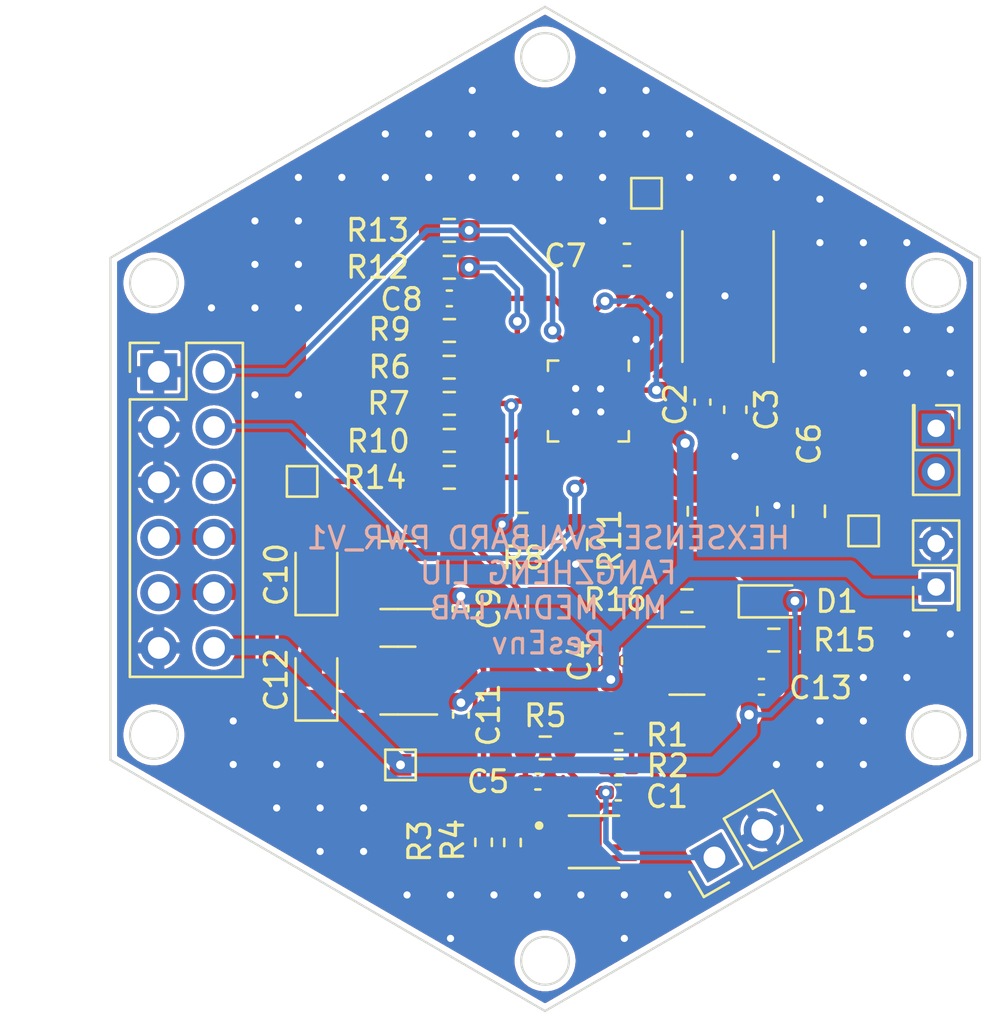
<source format=kicad_pcb>
(kicad_pcb (version 20221018) (generator pcbnew)
  (layers (0 "F.Cu" signal) (31 "B.Cu" signal) (34 "B.Paste" user) (35 "F.Paste" user) (36 "B.SilkS" user "B.Silkscreen") (37 "F.SilkS" user "F.Silkscreen") (38 "B.Mask" user) (39 "F.Mask" user) (44 "Edge.Cuts" user))
  (net 0 "")
  (net 1 "Net-(J1-Pin_1)")
  (net 2 "Net-(IC1-2A)")
  (net 3 "GND")
  (net 4 "/VBAT")
  (net 5 "Net-(U2-VOC_SAMP)")
  (net 6 "/SC")
  (net 7 "Net-(IC1-1A)")
  (net 8 "+3V3")
  (net 9 "+1V8")
  (net 10 "+5V")
  (net 11 "Net-(U2-VOUT)")
  (net 12 "/PWR_EN")
  (net 13 "/~{EN}")
  (net 14 "/VBAT_OK")
  (net 15 "Net-(U2-VREF_SAMP)")
  (net 16 "Net-(D1-K)")
  (net 17 "Net-(IC1-1Y)")
  (net 18 "Net-(U2-LBUCK)")
  (net 19 "Net-(U2-LBOOST)")
  (net 20 "/VOUT_EN")
  (net 21 "Net-(U2-VRDIV)")
  (net 22 "Net-(U2-VBAT_OV)")
  (net 23 "Net-(U2-OK_HYST)")
  (net 24 "Net-(U2-VOUT_SET)")
  (net 25 "Net-(U2-OK_PROG)")
  (net 26 "Net-(U4-PROG)")
  (net 27 "Net-(U4-STAT)")
  (footprint "Capacitor_SMD:C_0402_1005Metric_Pad0.74x0.62mm_HandSolder" (layer "F.Cu") (at 146.67 107.95)
    (fp_text reference "C5")
    (fp_text value "1uF")
  )
  (footprint "Resistor_SMD:R_0402_1005Metric_Pad0.72x0.64mm_HandSolder" (layer "F.Cu") (at 144.17251 110.739994 90)
    (fp_text reference "R3")
    (fp_text value "NC")
  )
  (footprint "Resistor_SMD:R_0603_1608Metric_Pad0.98x0.95mm_HandSolder" (layer "F.Cu") (at 157.53 101.44 180)
    (fp_text reference "R15")
    (fp_text value "1k")
  )
  (footprint "Capacitor_SMD:C_0603_1608Metric_Pad1.08x0.95mm_HandSolder" (layer "F.Cu") (at 150.03 102.39 90)
    (fp_text reference "C4")
    (fp_text value "4.7uF")
  )
  (footprint "Package_TO_SOT_SMD:SOT-23-5" (layer "F.Cu") (at 140.23 98.4525 180)
    (fp_text reference "U1" hide)
    (fp_text value "AP2112K-3.3")
  )
  (footprint "Capacitor_SMD:C_0402_1005Metric_Pad0.74x0.62mm_HandSolder" (layer "F.Cu") (at 156.96 103.59)
    (fp_text reference "C13")
    (fp_text value "0.1uF")
  )
  (footprint "TestPoint:TestPoint_Pad_1.0x1.0mm" (layer "F.Cu") (at 135.82 94.14)
    (fp_text reference "TP1" hide)
    (fp_text value "TestPoint_Alt")
  )
  (footprint "Resistor_SMD:R_0603_1608Metric_Pad0.98x0.95mm_HandSolder" (layer "F.Cu") (at 142.59572 82.59428)
    (fp_text reference "R13")
    (fp_text value "10k")
  )
  (footprint "Resistor_SMD:R_0603_1608Metric_Pad0.98x0.95mm_HandSolder" (layer "F.Cu") (at 153.53 99.63 180)
    (fp_text reference "R16")
    (fp_text value "100")
  )
  (footprint "Capacitor_SMD:C_0402_1005Metric_Pad0.74x0.62mm_HandSolder" (layer "F.Cu") (at 150.37 108.45)
    (fp_text reference "C1")
    (fp_text value "1uF")
  )
  (footprint "Resistor_SMD:R_0603_1608Metric_Pad0.98x0.95mm_HandSolder" (layer "F.Cu") (at 142.59572 84.29428)
    (fp_text reference "R12")
    (fp_text value "10k")
  )
  (footprint "Inductor_SMD:L_Taiyo-Yuden_NR-40xx_HandSoldering" (layer "F.Cu") (at 155.42 85.64 -90)
    (fp_text reference "L2" hide)
    (fp_text value "22uH")
  )
  (footprint "Resistor_SMD:R_0603_1608Metric_Pad0.98x0.95mm_HandSolder" (layer "F.Cu") (at 148.42 97.04 90)
    (fp_text reference "R11")
    (fp_text value "4.75M")
  )
  (footprint "Resistor_SMD:R_0603_1608Metric_Pad0.98x0.95mm_HandSolder" (layer "F.Cu") (at 147.01 106.4)
    (fp_text reference "R5")
    (fp_text value "1M")
  )
  (footprint "Capacitor_SMD:C_0402_1005Metric_Pad0.74x0.62mm_HandSolder" (layer "F.Cu") (at 143.13 104.89 -90)
    (fp_text reference "C11")
    (fp_text value "0.1uF")
  )
  (footprint "Package_DFN_QFN:QFN-20-1EP_3.5x3.5mm_P0.5mm_EP2x2mm" (layer "F.Cu") (at 148.99572 90.44428 -90)
    (fp_text reference "U2" hide)
    (fp_text value "BQ25570")
  )
  (footprint "Capacitor_SMD:C_0603_1608Metric_Pad1.08x0.95mm_HandSolder" (layer "F.Cu") (at 155.75572 90.84428 -90)
    (fp_text reference "C3")
    (fp_text value "4.7uF")
  )
  (footprint "Resistor_SMD:R_0603_1608Metric_Pad0.98x0.95mm_HandSolder" (layer "F.Cu") (at 142.59572 92.25428)
    (fp_text reference "R10")
    (fp_text value "8.45M")
  )
  (footprint "Resistor_SMD:R_0402_1005Metric_Pad0.72x0.64mm_HandSolder" (layer "F.Cu") (at 150.39 106.12)
    (fp_text reference "R1")
    (fp_text value "100k")
  )
  (footprint "LED_SMD:LED_0805_2012Metric_Pad1.15x1.40mm_HandSolder" (layer "F.Cu") (at 136.48 98.43 90)
    (fp_text reference "C10")
    (fp_text value "47uF")
  )
  (footprint "Resistor_SMD:R_0603_1608Metric_Pad0.98x0.95mm_HandSolder" (layer "F.Cu") (at 142.59572 93.95428)
    (fp_text reference "R14")
    (fp_text value "4.22M")
  )
  (footprint "Inductor_SMD:L_Wuerth_MAPI-3015" (layer "F.Cu") (at 155.17 95.51428 -90)
    (fp_text reference "L1" hide)
    (fp_text value "4.7uH")
  )
  (footprint "Capacitor_SMD:C_0402_1005Metric_Pad0.74x0.62mm_HandSolder" (layer "F.Cu") (at 154.24572 90.49428 -90)
    (fp_text reference "C2")
    (fp_text value "0.1uF")
  )
  (footprint "Connector_PinHeader_2.00mm:PinHeader_2x01_P2.00mm_Vertical" (layer "F.Cu") (at 165 91.7 -90)
    (fp_text reference "J4" hide)
    (fp_text value "Solar cell")
  )
  (footprint "Package_TO_SOT_SMD:SOT-23-5" (layer "F.Cu") (at 153.53 102.39)
    (fp_text reference "U4" hide)
    (fp_text value "MCP73831-2-OT")
  )
  (footprint "LED_SMD:LED_0603_1608Metric_Pad1.05x0.95mm_HandSolder" (layer "F.Cu") (at 157.575 99.66)
    (fp_text reference "D1")
    (fp_text value "RED")
  )
  (footprint "Resistor_SMD:R_0603_1608Metric_Pad0.98x0.95mm_HandSolder" (layer "F.Cu") (at 142.6 87.2)
    (fp_text reference "R9")
    (fp_text value "5.62M")
  )
  (footprint "Capacitor_SMD:C_0402_1005Metric_Pad0.74x0.62mm_HandSolder" (layer "F.Cu") (at 143.11 100 -90)
    (fp_text reference "C9")
    (fp_text value "0.1uF")
  )
  (footprint "TestPoint:TestPoint_Pad_1.0x1.0mm" (layer "F.Cu") (at 151.67 80.89)
    (fp_text reference "TP3" hide)
    (fp_text value "TestPoint_Alt")
  )
  (footprint "Capacitor_SMD:C_0805_2012Metric_Pad1.18x1.45mm_HandSolder" (layer "F.Cu") (at 159.14572 95.51428 90)
    (fp_text reference "C6")
    (fp_text value "22uF")
  )
  (footprint "LED_SMD:LED_0805_2012Metric_Pad1.15x1.40mm_HandSolder" (layer "F.Cu") (at 136.48 103.28 90)
    (fp_text reference "C12")
    (fp_text value "47uF")
  )
  (footprint "TestPoint:TestPoint_Pad_1.0x1.0mm" (layer "F.Cu") (at 140.35 107.18)
    (fp_text reference "TP4" hide)
    (fp_text value "TestPoint_Alt")
  )
  (footprint "Connector_PinHeader_2.00mm:PinHeader_2x01_P2.00mm_Vertical" (layer "F.Cu") (at 165 99 90)
    (fp_text reference "J3" hide)
    (fp_text value "Battery")
  )
  (footprint "Connector_PinHeader_2.54mm:PinHeader_1x02_P2.54mm_Vertical" (layer "F.Cu") (at 154.795818 111.4375 120)
    (fp_text reference "J1" hide)
    (fp_text value "switch")
  )
  (footprint "Resistor_SMD:R_0402_1005Metric_Pad0.72x0.64mm_HandSolder" (layer "F.Cu") (at 150.39 107.29)
    (fp_text reference "R2")
    (fp_text value "100k")
  )
  (footprint "Resistor_SMD:R_0402_1005Metric_Pad0.72x0.64mm_HandSolder" (layer "F.Cu") (at 145.5025 110.75 90)
    (fp_text reference "R4")
    (fp_text value "NC")
  )
  (footprint "Mylib:SOP50P310X90-8N" (layer "F.Cu") (at 149.2525 110.72)
    (fp_text reference "IC1" hide)
    (fp_text value "SN74LVC2G00DCURE4")
  )
  (footprint "Resistor_SMD:R_0603_1608Metric_Pad0.98x0.95mm_HandSolder" (layer "F.Cu") (at 142.59 88.89 180)
    (fp_text reference "R6")
    (fp_text value "7.32M")
  )
  (footprint "Capacitor_SMD:C_0402_1005Metric_Pad0.74x0.62mm_HandSolder" (layer "F.Cu") (at 142.59572 85.72428 180)
    (fp_text reference "C8")
    (fp_text value "0.01uF")
  )
  (footprint "Capacitor_SMD:C_0603_1608Metric_Pad1.08x0.95mm_HandSolder" (layer "F.Cu") (at 150.77 83.72 180)
    (fp_text reference "C7")
    (fp_text value "10uF")
  )
  (footprint "Resistor_SMD:R_0603_1608Metric_Pad0.98x0.95mm_HandSolder" (layer "F.Cu") (at 142.59572 90.55428)
    (fp_text reference "R7")
    (fp_text value "330K")
  )
  (footprint "TestPoint:TestPoint_Pad_1.0x1.0mm" (layer "F.Cu") (at 161.66 96.42)
    (fp_text reference "TP2" hide)
    (fp_text value "TestPoint_Alt")
  )
  (footprint "Package_TO_SOT_SMD:SOT-23-5" (layer "F.Cu") (at 140.23 103.3025 180)
    (fp_text reference "U3" hide)
    (fp_text value "AP2112K-1.8")
  )
  (footprint "Connector_PinHeader_2.54mm:PinHeader_2x06_P2.54mm_Vertical" (layer "F.Cu") (at 129.225 89.1)
    (fp_text reference "J2" hide)
    (fp_text value "Conn_02x06_Odd_Even")
  )
  (footprint "Resistor_SMD:R_0603_1608Metric_Pad0.98x0.95mm_HandSolder" (layer "F.Cu") (at 145.94 96.11 180)
    (fp_text reference "R8")
    (fp_text value "8.25M")
  )
  (gr_line (start 127 83.858984) (end 127 106.952994) (stroke (width 0.1)) (layer "Edge.Cuts"))
  (gr_circle (center 147 74.621379) (end 148.1 74.621379) (stroke (width 0.1)) (fill none) (layer "Edge.Cuts"))
  (gr_circle (center 129 85.013684) (end 130.1 85.013684) (stroke (width 0.1)) (fill none) (layer "Edge.Cuts"))
  (gr_line (start 147 72.311978) (end 127 83.858984) (stroke (width 0.1)) (layer "Edge.Cuts"))
  (gr_circle (center 147 116.190599) (end 148.1 116.190599) (stroke (width 0.1)) (fill none) (layer "Edge.Cuts"))
  (gr_circle (center 165 105.798294) (end 166.1 105.798294) (stroke (width 0.1)) (fill none) (layer "Edge.Cuts"))
  (gr_line (start 127 106.952994) (end 147 118.5) (stroke (width 0.1)) (layer "Edge.Cuts"))
  (gr_circle (center 129 105.798294) (end 130.1 105.798294) (stroke (width 0.1)) (fill none) (layer "Edge.Cuts"))
  (gr_line (start 167 106.952994) (end 167 83.858984) (stroke (width 0.1)) (layer "Edge.Cuts"))
  (gr_line (start 167 83.858984) (end 147 72.311978) (stroke (width 0.1)) (layer "Edge.Cuts"))
  (gr_line (start 147 118.5) (end 167 106.952994) (stroke (width 0.1)) (layer "Edge.Cuts"))
  (gr_circle (center 165 85.013684) (end 166.1 85.013684) (stroke (width 0.1)) (fill none) (layer "Edge.Cuts"))
  (gr_text "HEXSENSE SVALBARD PWR_V1\nFANGZHENG LIU\nMIT MEDIA LAB\nResEnv" (at 147.15 99.16) (layer "B.SilkS") (effects (font (size 1 1)) (justify mirror)))
  (segment (start 149.7925 106.12) (end 148.2025 106.12) (width 0.254) (layer "F.Cu") (net 1))
  (segment (start 149.08 108.45) (end 149.8025 108.45) (width 0.254) (layer "F.Cu") (net 1))
  (segment (start 147.9225 106.4) (end 147.9225 107.2925) (width 0.254) (layer "F.Cu") (net 1))
  (segment (start 147.9225 107.2925) (end 149.08 108.45) (width 0.254) (layer "F.Cu") (net 1))
  (segment (start 148.2025 106.12) (end 147.9225 106.4) (width 0.254) (layer "F.Cu") (net 1))
  (via (at 149.802494 108.449999) (size 0.6604) (drill 0.3302) (layers "F.Cu" "B.Cu") (net 1))
  (segment (start 154.795818 111.4375) (end 150.5275 111.4375) (width 0.254) (layer "B.Cu") (net 1))
  (segment (start 149.8025 110.7125) (end 149.8025 108.45) (width 0.254) (layer "B.Cu") (net 1))
  (segment (start 150.5275 111.4375) (end 149.8025 110.7125) (width 0.254) (layer "B.Cu") (net 1))
  (segment (start 149.48 111.16) (end 149.48 109.76) (width 0.254) (layer "F.Cu") (net 2))
  (segment (start 150.6575 111.47) (end 149.79 111.47) (width 0.254) (layer "F.Cu") (net 2))
  (segment (start 149.48 109.76) (end 149.86 109.38) (width 0.254) (layer "F.Cu") (net 2))
  (segment (start 149.86 109.38) (end 150.72 109.38) (width 0.254) (layer "F.Cu") (net 2))
  (segment (start 149.7925 107.305) (end 150.9375 108.45) (width 0.254) (layer "F.Cu") (net 2))
  (segment (start 149.79 111.47) (end 149.48 111.16) (width 0.254) (layer "F.Cu") (net 2))
  (segment (start 149.7925 107.29) (end 149.7925 107.305) (width 0.254) (layer "F.Cu") (net 2))
  (segment (start 150.9375 109.1625) (end 150.9375 108.45) (width 0.254) (layer "F.Cu") (net 2))
  (segment (start 150.72 109.38) (end 150.9375 109.1625) (width 0.254) (layer "F.Cu") (net 2))
  (segment (start 142.02822 85.72428) (end 142.02822 84.63928) (width 0.254) (layer "F.Cu") (net 3))
  (segment (start 141.68322 93.984227) (end 145.648993 97.95) (width 0.254) (layer "F.Cu") (net 3))
  (segment (start 149.99572 91.37428) (end 149.56572 90.94428) (width 0.1524) (layer "F.Cu") (net 3))
  (segment (start 141.6875 87.1) (end 140.31 88.4775) (width 0.254) (layer "F.Cu") (net 3))
  (segment (start 140.31 88.4775) (end 140.31 92.58106) (width 0.254) (layer "F.Cu") (net 3))
  (segment (start 142.02822 84.63928) (end 141.68322 84.29428) (width 0.254) (layer "F.Cu") (net 3))
  (segment (start 149.99572 88.75678) (end 149.99572 89.44428) (width 0.1524) (layer "F.Cu") (net 3))
  (segment (start 148.49572 90.94428) (end 148.99572 90.44428) (width 0.254) (layer "F.Cu") (net 3))
  (segment (start 142.02822 86.85928) (end 141.6875 87.2) (width 0.254) (layer "F.Cu") (net 3))
  (segment (start 150.68322 90.94428) (end 149.49572 90.94428) (width 0.254) (layer "F.Cu") (net 3))
  (segment (start 145.648993 97.95) (end 148.41 97.95) (width 0.254) (layer "F.Cu") (net 3))
  (segment (start 149.99572 92.13178) (end 149.99572 91.37428) (width 0.1524) (layer "F.Cu") (net 3))
  (segment (start 141.68322 93.95428) (end 141.68322 93.984227) (width 0.254) (layer "F.Cu") (net 3))
  (segment (start 149.555 89.885) (end 148.99572 90.44428) (width 0.1524) (layer "F.Cu") (net 3))
  (segment (start 147.30822 90.94428) (end 148.49572 90.94428) (width 0.254) (layer "F.Cu") (net 3))
  (segment (start 140.31 92.58106) (end 141.68322 93.95428) (width 0.254) (layer "F.Cu") (net 3))
  (segment (start 149.99572 89.44428) (end 149.555 89.885) (width 0.1524) (layer "F.Cu") (net 3))
  (segment (start 142.02822 85.72428) (end 142.02822 86.85928) (width 0.254) (layer "F.Cu") (net 3))
  (segment (start 141.68322 84.29428) (end 141.68322 82.59428) (width 0.254) (layer "F.Cu") (net 3))
  (segment (start 149.49572 90.94428) (end 148.99572 90.44428) (width 0.254) (layer "F.Cu") (net 3))
  (via (at 133.65 90.16) (size 0.6604) (drill 0.3302) (layers "F.Cu" "B.Cu") (net 3))
  (via (at 155.74 92.99) (size 0.6604) (drill 0.3302) (layers "F.Cu" "B.Cu") (net 3))
  (via (at 139.65 80.16) (size 0.6604) (drill 0.3302) (layers "F.Cu" "B.Cu") (net 3))
  (via (at 159.65 107.16) (size 0.6604) (drill 0.3302) (layers "F.Cu" "B.Cu") (net 3))
  (via (at 161.65 107.16) (size 0.6604) (drill 0.3302) (layers "F.Cu" "B.Cu") (net 3))
  (via (at 151.65 76.16) (size 0.6604) (drill 0.3302) (layers "F.Cu" "B.Cu") (net 3))
  (via (at 135.65 90.16) (size 0.6604) (drill 0.3302) (layers "F.Cu" "B.Cu") (net 3))
  (via (at 136.65 109.16) (size 0.6604) (drill 0.3302) (layers "F.Cu" "B.Cu") (net 3))
  (via (at 161.65 87.16) (size 0.6604) (drill 0.3302) (layers "F.Cu" "B.Cu") (net 3))
  (via (at 142.65 113.16) (size 0.6604) (drill 0.3302) (layers "F.Cu" "B.Cu") (net 3))
  (via (at 141.65 78.16) (size 0.6604) (drill 0.3302) (layers "F.Cu" "B.Cu") (net 3))
  (via (at 137.65 80.16) (size 0.6604) (drill 0.3302) (layers "F.Cu" "B.Cu") (net 3))
  (via (at 134.65 109.16) (size 0.6604) (drill 0.3302) (layers "F.Cu" "B.Cu") (net 3))
  (via (at 165.65 101.16) (size 0.6604) (drill 0.3302) (layers "F.Cu" "B.Cu") (net 3))
  (via (at 153.65 78.16) (size 0.6604) (drill 0.3302) (layers "F.Cu" "B.Cu") (net 3))
  (via (at 151.65 78.16) (size 0.6604) (drill 0.3302) (layers "F.Cu" "B.Cu") (net 3))
  (via (at 148.41 89.87) (size 0.6604) (drill 0.3302) (layers "F.Cu" "B.Cu") (net 3))
  (via (at 150.65 115.16) (size 0.6604) (drill 0.3302) (layers "F.Cu" "B.Cu") (net 3))
  (via (at 133.65 82.16) (size 0.6604) (drill 0.3302) (layers "F.Cu" "B.Cu") (net 3))
  (via (at 136.65 111.16) (size 0.6604) (drill 0.3302) (layers "F.Cu" "B.Cu") (net 3))
  (via (at 146.65 113.16) (size 0.6604) (drill 0.3302) (layers "F.Cu" "B.Cu") (net 3))
  (via (at 149.65 76.16) (size 0.6604) (drill 0.3302) (layers "F.Cu" "B.Cu") (net 3))
  (via (at 147.65 80.16) (size 0.6604) (drill 0.3302) (layers "F.Cu" "B.Cu") (net 3))
  (via (at 149.65 80.16) (size 0.6604) (drill 0.3302) (layers "F.Cu" "B.Cu") (net 3))
  (via (at 145.65 80.16) (size 0.6604) (drill 0.3302) (layers "F.Cu" "B.Cu") (net 3))
  (via (at 135.65 86.16) (size 0.6604) (drill 0.3302) (layers "F.Cu" "B.Cu") (net 3))
  (via (at 163.65 83.16) (size 0.6604) (drill 0.3302) (layers "F.Cu" "B.Cu") (net 3))
  (via (at 135.65 84.16) (size 0.6604) (drill 0.3302) (layers "F.Cu" "B.Cu") (net 3))
  (via (at 151.19 87.61) (size 0.6604) (drill 0.3302) (layers "F.Cu" "B.Cu") (net 3))
  (via (at 159.65 83.16) (size 0.6604) (drill 0.3302) (layers "F.Cu" "B.Cu") (net 3))
  (via (at 143.65 80.16) (size 0.6604) (drill 0.3302) (layers "F.Cu" "B.Cu") (net 3))
  (via (at 163.65 89.16) (size 0.6604) (drill 0.3302) (layers "F.Cu" "B.Cu") (net 3))
  (via (at 159.65 81.16) (size 0.6604) (drill 0.3302) (layers "F.Cu" "B.Cu") (net 3))
  (via (at 157.65 80.16) (size 0.6604) (drill 0.3302) (layers "F.Cu" "B.Cu") (net 3))
  (via (at 157.67 95.25) (size 0.6604) (drill 0.3302) (layers "F.Cu" "B.Cu") (net 3))
  (via (at 147.65 78.16) (size 0.6604) (drill 0.3302) (layers "F.Cu" "B.Cu") (net 3))
  (via (at 161.65 89.16) (size 0.6604) (drill 0.3302) (layers "F.Cu" "B.Cu") (net 3))
  (via (at 163.65 87.16) (size 0.6604) (drill 0.3302) (layers "F.Cu" "B.Cu") (net 3))
  (via (at 155.28 85.61) (size 0.6604) (drill 0.3302) (layers "F.Cu" "B.Cu") (net 3))
  (via (at 138.65 109.16) (size 0.6604) (drill 0.3302) (layers "F.Cu" "B.Cu") (net 3))
  (via (at 148.41 90.94428) (size 0.6604) (drill 0.3302) (layers "F.Cu" "B.Cu") (net 3))
  (via (at 163.65 103.16) (size 0.6604) (drill 0.3302) (layers "F.Cu" "B.Cu") (net 3))
  (via (at 159.65 105.16) (size 0.6604) (drill 0.3302) (layers "F.Cu" "B.Cu") (net 3))
  (via (at 132.65 107.16) (size 0.6604) (drill 0.3302) (layers "F.Cu" "B.Cu") (net 3))
  (via (at 149.65 82.16) (size 0.6604) (drill 0.3302) (layers "F.Cu" "B.Cu") (net 3))
  (via (at 131.65 86.16) (size 0.6604) (drill 0.3302) (layers "F.Cu" "B.Cu") (net 3))
  (via (at 135.65 82.16) (size 0.6604) (drill 0.3302) (layers "F.Cu" "B.Cu") (net 3))
  (via (at 161.65 105.16) (size 0.6604) (drill 0.3302) (layers "F.Cu" "B.Cu") (net 3))
  (via (at 152.73 85.57) (size 0.6604) (drill 0.3302) (layers "F.Cu" "B.Cu") (net 3))
  (via (at 149.65 78.16) (size 0.6604) (drill 0.3302) (layers "F.Cu" "B.Cu") (net 3))
  (via (at 165.65 89.16) (size 0.6604) (drill 0.3302) (layers "F.Cu" "B.Cu") (net 3))
  (via (at 153.65 80.16) (size 0.6604) (drill 0.3302) (layers "F.Cu" "B.Cu") (net 3))
  (via (at 149.56572 90.94428) (size 0.6604) (drill 0.3302) (layers "F.Cu" "B.Cu") (net 3))
  (via (at 144.65 113.16) (size 0.6604) (drill 0.3302) (layers "F.Cu" "B.Cu") (net 3))
  (via (at 159.65 109.16) (size 0.6604) (drill 0.3302) (layers "F.Cu" "B.Cu") (net 3))
  (via (at 142.65 115.16) (size 0.6604) (drill 0.3302) (layers "F.Cu" "B.Cu") (net 3))
  (via (at 150.65 113.16) (size 0.6604) (drill 0.3302) (layers "F.Cu" "B.Cu") (net 3))
  (via (at 161.65 85.16) (size 0.6604) (drill 0.3302) (layers "F.Cu" "B.Cu") (net 3))
  (via (at 143.65 76.16) (size 0.6604) (drill 0.3302) (layers "F.Cu" "B.Cu") (net 3))
  (via (at 143.65 78.16) (size 0.6604) (drill 0.3302) (layers "F.Cu" "B.Cu") (net 3))
  (via (at 157.65 107.16) (size 0.6604) (drill 0.3302) (layers "F.Cu" "B.Cu") (net 3))
  (via (at 148.41 97.95) (size 0.6604) (drill 0.3302) (layers "F.Cu" "B.Cu") (net 3))
  (via (at 152.65 113.16) (size 0.6604) (drill 0.3302) (layers "F.Cu" "B.Cu") (net 3))
  (via (at 138.65 111.16) (size 0.6604) (drill 0.3302) (layers "F.Cu" "B.Cu") (net 3))
  (via (at 132.65 105.16) (size 0.6604) (drill 0.3302) (layers "F.Cu" "B.Cu") (net 3))
  (via (at 155.65 80.16) (size 0.6604) (drill 0.3302) (layers "F.Cu" "B.Cu") (net 3))
  (via (at 136.65 107.16) (size 0.6604) (drill 0.3302) (layers "F.Cu" "B.Cu") (net 3))
  (via (at 145.65 78.16) (size 0.6604) (drill 0.3302) (layers "F.Cu" "B.Cu") (net 3))
  (via (at 163.65 101.16) (size 0.6604) (drill 0.3302) (layers "F.Cu" "B.Cu") (net 3))
  (via (at 139.65 78.16) (size 0.6604) (drill 0.3302) (layers "F.Cu" "B.Cu") (net 3))
  (via (at 134.65 107.16) (size 0.6604) (drill 0.3302) (layers "F.Cu" "B.Cu") (net 3))
  (via (at 149.555 89.885) (size 0.6604) (drill 0.3302) (layers "F.Cu" "B.Cu") (net 3))
  (via (at 148.65 113.16) (size 0.6604) (drill 0.3302) (layers "F.Cu" "B.Cu") (net 3))
  (via (at 135.65 80.16) (size 0.6604) (drill 0.3302) (layers "F.Cu" "B.Cu") (net 3))
  (via (at 165.65 87.16) (size 0.6604) (drill 0.3302) (layers "F.Cu" "B.Cu") (net 3))
  (via (at 161.65 83.16) (size 0.6604) (drill 0.3302) (layers "F.Cu" "B.Cu") (net 3))
  (via (at 133.65 84.16) (size 0.6604) (drill 0.3302) (layers "F.Cu" "B.Cu") (net 3))
  (via (at 140.65 113.16) (size 0.6604) (drill 0.3302) (layers "F.Cu" "B.Cu") (net 3))
  (via (at 133.65 86.16) (size 0.6604) (drill 0.3302) (layers "F.Cu" "B.Cu") (net 3))
  (via (at 141.65 80.16) (size 0.6604) (drill 0.3302) (layers "F.Cu" "B.Cu") (net 3))
  (via (at 161.65 103.16) (size 0.6604) (drill 0.3302) (layers "F.Cu" "B.Cu") (net 3))
  (segment (start 152.3925 105.3775) (end 152.3925 103.34) (width 0.254) (layer "F.Cu") (net 4))
  (segment (start 135.815989 94.135989) (end 135.82 94.14) (width 0.254) (layer "F.Cu") (net 4))
  (segment (start 150.68322 90.44428) (end 151.48428 90.44428) (width 0.254) (layer "F.Cu") (net 4))
  (segment (start 140.57 96.28) (end 142.95 96.28) (width 0.254) (layer "F.Cu") (net 4))
  (segment (start 152.3925 103.34) (end 150.1175 103.34) (width 0.762) (layer "F.Cu") (net 4))
  (segment (start 151.48428 90.44428) (end 152.11 91.07) (width 0.254) (layer "F.Cu") (net 4))
  (segment (start 151.74 107.29) (end 150.9875 107.29) (width 0.254) (layer "F.Cu") (net 4))
  (segment (start 150.1175 103.34) (end 150.03 103.2525) (width 0.762) (layer "F.Cu") (net 4))
  (segment (start 145.93 101.77) (end 147.4125 103.2525) (width 0.254) (layer "F.Cu") (net 4))
  (segment (start 152.14 109.65) (end 152.14 107.69) (width 0.254) (layer "F.Cu") (net 4))
  (segment (start 151.65 106.12) (end 152.3925 105.3775) (width 0.254) (layer "F.Cu") (net 4))
  (segment (start 138.43 94.14) (end 140.57 96.28) (width 0.254) (layer "F.Cu") (net 4))
  (segment (start 143.0625 104.2525) (end 143.13 104.32) (width 0.762) (layer "F.Cu") (net 4))
  (segment (start 151.82 109.97) (end 152.14 109.65) (width 0.254) (layer "F.Cu") (net 4))
  (segment (start 150.6575 109.97) (end 151.82 109.97) (width 0.254) (layer "F.Cu") (net 4))
  (segment (start 141.3675 99.4025) (end 143.1125 99.4025) (width 0.762) (layer "F.Cu") (net 4))
  (segment (start 141.3675 104.2525) (end 143.0625 104.2525) (width 0.762) (layer "F.Cu") (net 4))
  (segment (start 150.9875 106.12) (end 150.9875 107.29) (width 0.254) (layer "F.Cu") (net 4))
  (segment (start 150.9875 106.12) (end 151.65 106.12) (width 0.254) (layer "F.Cu") (net 4))
  (segment (start 131.765 94.135989) (end 135.815989 94.135989) (width 0.254) (layer "F.Cu") (net 4))
  (segment (start 152.11 91.07) (end 153.42 92.38) (width 0.762) (layer "F.Cu") (net 4))
  (segment (start 153.42 92.38) (end 153.45 92.38) (width 0.762) (layer "F.Cu") (net 4))
  (segment (start 152.14 107.69) (end 151.74 107.29) (width 0.254) (layer "F.Cu") (net 4))
  (segment (start 145.93 99.26) (end 145.93 101.77) (width 0.254) (layer "F.Cu") (net 4))
  (segment (start 142.95 96.28) (end 145.93 99.26) (width 0.254) (layer "F.Cu") (net 4))
  (segment (start 135.82 94.14) (end 138.43 94.14) (width 0.254) (layer "F.Cu") (net 4))
  (segment (start 147.4125 103.2525) (end 150.03 103.2525) (width 0.254) (layer "F.Cu") (net 4))
  (segment (start 143.1125 99.4025) (end 143.13 99.42) (width 0.762) (layer "F.Cu") (net 4))
  (via (at 153.450011 92.380003) (size 0.8636) (drill 0.4318) (layers "F.Cu" "B.Cu") (net 4))
  (via (at 150.03 103.2525) (size 0.8) (drill 0.4) (layers "F.Cu" "B.Cu") (net 4))
  (via (at 143.13 99.42) (size 0.8) (drill 0.4) (layers "F.Cu" "B.Cu") (net 4))
  (via (at 143.13 104.32) (size 0.8) (drill 0.4) (layers "F.Cu" "B.Cu") (net 4))
  (segment (start 150.03 103.2525) (end 150.03 101.58) (width 0.762) (layer "B.Cu") (net 4))
  (segment (start 153.450011 92.380003) (end 153.450011 98.160002) (width 0.762) (layer "B.Cu") (net 4))
  (segment (start 161.03 98.16) (end 161.87 99) (width 0.762) (layer "B.Cu") (net 4))
  (segment (start 144.1975 103.2525) (end 143.13 104.32) (width 0.762) (layer "B.Cu") (net 4))
  (segment (start 147.87 99.42) (end 143.13 99.42) (width 0.762) (layer "B.Cu") (net 4))
  (segment (start 150.03 101.58) (end 153.45 98.16) (width 0.762) (layer "B.Cu") (net 4))
  (segment (start 150.03 101.58) (end 147.87 99.42) (width 0.762) (layer "B.Cu") (net 4))
  (segment (start 150.03 103.2525) (end 144.1975 103.2525) (width 0.762) (layer "B.Cu") (net 4))
  (segment (start 153.45 98.16) (end 161.03 98.16) (width 0.762) (layer "B.Cu") (net 4))
  (segment (start 161.87 99) (end 165 99) (width 0.762) (layer "B.Cu") (net 4))
  (segment (start 150.68322 89.94428) (end 152.12572 89.94428) (width 0.254) (layer "F.Cu") (net 5))
  (segment (start 155.70072 89.92678) (end 155.75572 89.98178) (width 0.762) (layer "F.Cu") (net 5))
  (segment (start 154.24572 89.92678) (end 155.70072 89.92678) (width 0.762) (layer "F.Cu") (net 5))
  (segment (start 152.12572 89.94428) (end 154.17822 89.94428) (width 0.762) (layer "F.Cu") (net 5))
  (segment (start 148.99572 88.75678) (end 148.99572 86.61428) (width 0.254) (layer "F.Cu") (net 5))
  (segment (start 148.99572 86.61428) (end 149.76 85.85) (width 0.254) (layer "F.Cu") (net 5))
  (via (at 152.12572 89.94428) (size 0.8) (drill 0.4) (layers "F.Cu" "B.Cu") (net 5))
  (via (at 149.76 85.85) (size 0.8) (drill 0.4) (layers "F.Cu" "B.Cu") (net 5))
  (segment (start 149.76 85.85) (end 151.37 85.85) (width 0.254) (layer "B.Cu") (net 5))
  (segment (start 151.37 85.85) (end 152.12572 86.60572) (width 0.254) (layer "B.Cu") (net 5))
  (segment (start 152.12572 86.60572) (end 152.12572 89.94428) (width 0.254) (layer "B.Cu") (net 5))
  (segment (start 158.95 89.56) (end 161.05 91.66) (width 1.778) (layer "F.Cu") (net 6))
  (segment (start 151.63 85.66) (end 150.095 87.195) (width 0.762) (layer "F.Cu") (net 6))
  (segment (start 157.2 83.74) (end 158.95 85.49) (width 1.778) (layer "F.Cu") (net 6))
  (segment (start 155.42 83.74) (end 157.2 83.74) (width 1.778) (layer "F.Cu") (net 6))
  (segment (start 158.95 85.49) (end 158.95 89.56) (width 1.778) (layer "F.Cu") (net 6))
  (segment (start 161.05 91.66) (end 165 91.66) (width 1.778) (layer "F.Cu") (net 6))
  (segment (start 151.67 83.6825) (end 151.6325 83.72) (width 0.254) (layer "F.Cu") (net 6))
  (segment (start 165 91.699994) (end 165 93.69999) (width 1.778) (layer "F.Cu") (net 6))
  (segment (start 151.67 80.89) (end 151.67 83.6825) (width 0.254) (layer "F.Cu") (net 6))
  (segment (start 155.42 83.74) (end 151.6525 83.74) (width 1.524) (layer "F.Cu") (net 6))
  (segment (start 151.6325 83.72) (end 151.63 83.7225) (width 0.762) (layer "F.Cu") (net 6))
  (segment (start 151.63 83.7225) (end 151.63 85.66) (width 0.762) (layer "F.Cu") (net 6))
  (segment (start 149.49572 88.75678) (end 149.49572 87.79428) (width 0.254) (layer "F.Cu") (net 6))
  (segment (start 149.49572 87.79428) (end 150.095 87.195) (width 0.254) (layer "F.Cu") (net 6))
  (segment (start 146.1025 107.95) (end 146.1025 108.6125) (width 0.254) (layer "F.Cu") (net 7))
  (segment (start 146.0975 107.945) (end 146.1025 107.95) (width 0.254) (layer "F.Cu") (net 7))
  (segment (start 146.0975 106.4) (end 146.0975 107.945) (width 0.254) (layer "F.Cu") (net 7))
  (segment (start 146.1025 108.6125) (end 146.48 108.99) (width 0.254) (layer "F.Cu") (net 7))
  (segment (start 147.8475 109.4875) (end 147.8475 109.97) (width 0.254) (layer "F.Cu") (net 7))
  (segment (start 147.35 108.99) (end 147.8475 109.4875) (width 0.254) (layer "F.Cu") (net 7))
  (segment (start 146.48 108.99) (end 147.35 108.99) (width 0.254) (layer "F.Cu") (net 7))
  (segment (start 129.225 96.675989) (end 131.765 96.675989) (width 0.762) (layer "F.Cu") (net 8))
  (segment (start 133.700989 96.675989) (end 136.48 99.455) (width 0.762) (layer "F.Cu") (net 8))
  (segment (start 131.765 96.675989) (end 133.700989 96.675989) (width 0.762) (layer "F.Cu") (net 8))
  (segment (start 139.0925 99.4025) (end 136.5325 99.4025) (width 0.762) (layer "F.Cu") (net 8))
  (segment (start 136.5325 99.4025) (end 136.48 99.455) (width 0.762) (layer "F.Cu") (net 8))
  (segment (start 133.275989 99.215989) (end 134.21 100.15) (width 0.762) (layer "F.Cu") (net 9))
  (segment (start 134.21 103.2) (end 135.315 104.305) (width 0.762) (layer "F.Cu") (net 9))
  (segment (start 136.5325 104.2525) (end 136.48 104.305) (width 0.762) (layer "F.Cu") (net 9))
  (segment (start 139.0925 104.2525) (end 136.5325 104.2525) (width 0.762) (layer "F.Cu") (net 9))
  (segment (start 135.315 104.305) (end 136.48 104.305) (width 0.762) (layer "F.Cu") (net 9))
  (segment (start 129.225 99.215989) (end 131.765 99.215989) (width 0.762) (layer "F.Cu") (net 9))
  (segment (start 131.765 99.215989) (end 133.275989 99.215989) (width 0.762) (layer "F.Cu") (net 9))
  (segment (start 134.21 100.15) (end 134.21 103.2) (width 0.762) (layer "F.Cu") (net 9))
  (segment (start 156.39 103.5925) (end 156.3925 103.59) (width 0.762) (layer "F.Cu") (net 10))
  (segment (start 156.1425 103.34) (end 156.3925 103.59) (width 0.762) (layer "F.Cu") (net 10))
  (segment (start 154.6675 103.34) (end 156.1425 103.34) (width 0.762) (layer "F.Cu") (net 10))
  (segment (start 156.39 104.87) (end 156.39 103.5925) (width 0.762) (layer "F.Cu") (net 10))
  (via (at 158.5 99.64) (size 0.8) (drill 0.4) (layers "F.Cu" "B.Cu") (net 10))
  (via (at 156.39001 104.869996) (size 0.8636) (drill 0.4318) (layers "F.Cu" "B.Cu") (net 10))
  (via (at 140.350011 107.179999) (size 0.762) (drill 0.4064) (layers "F.Cu" "B.Cu") (net 10))
  (segment (start 134.925989 101.755989) (end 140.35 107.18) (width 0.762) (layer "B.Cu") (net 10))
  (segment (start 153.56 107.18) (end 154.84 107.18) (width 0.762) (layer "B.Cu") (net 10))
  (segment (start 153.56 107.18) (end 140.35 107.18) (width 0.762) (layer "B.Cu") (net 10))
  (segment (start 158.5 103.75) (end 157.38 104.87) (width 0.254) (layer "B.Cu") (net 10))
  (segment (start 131.765 101.755989) (end 134.925989 101.755989) (width 0.762) (layer "B.Cu") (net 10))
  (segment (start 154.84 107.18) (end 156.39 105.63) (width 0.762) (layer "B.Cu") (net 10))
  (segment (start 157.38 104.87) (end 156.39 104.87) (width 0.254) (layer "B.Cu") (net 10))
  (segment (start 158.5 99.64) (end 158.5 103.75) (width 0.254) (layer "B.Cu") (net 10))
  (segment (start 156.39 105.63) (end 156.39 104.87) (width 0.762) (layer "B.Cu") (net 10))
  (segment (start 159.13322 96.56428) (end 159.14572 96.55178) (width 0.762) (layer "F.Cu") (net 11))
  (segment (start 149.49572 92.13178) (end 149.49572 93.32572) (width 0.254) (layer "F.Cu") (net 11))
  (segment (start 161.66 96.42) (end 159.2775 96.42) (width 0.254) (layer "F.Cu") (net 11))
  (segment (start 152.73428 96.56428) (end 150.13 93.96) (width 0.762) (layer "F.Cu") (net 11))
  (segment (start 155.17 96.56428) (end 159.13322 96.56428) (width 0.762) (layer "F.Cu") (net 11))
  (segment (start 149.49572 93.32572) (end 150.13 93.96) (width 0.254) (layer "F.Cu") (net 11))
  (segment (start 159.2775 96.42) (end 159.14572 96.55178) (width 0.254) (layer "F.Cu") (net 11))
  (segment (start 155.17 96.56428) (end 152.73428 96.56428) (width 0.762) (layer "F.Cu") (net 11))
  (segment (start 144.17251 110.142494) (end 144.17251 102.75251) (width 0.254) (layer "F.Cu") (net 12))
  (segment (start 147.8475 110.47) (end 145.82 110.47) (width 0.254) (layer "F.Cu") (net 12))
  (segment (start 140.34 98.143599) (end 140.34 101.325) (width 0.254) (layer "F.Cu") (net 12))
  (segment (start 147.8475 110.47) (end 147.8475 110.97) (width 0.254) (layer "F.Cu") (net 12))
  (segment (start 145.492494 110.142494) (end 145.5025 110.1525) (width 0.254) (layer "F.Cu") (net 12))
  (segment (start 143.7725 102.3525) (end 141.3675 102.3525) (width 0.254) (layer "F.Cu") (net 12))
  (segment (start 141.3675 97.5025) (end 140.981099 97.5025) (width 0.254) (layer "F.Cu") (net 12))
  (segment (start 140.981099 97.5025) (end 140.34 98.143599) (width 0.254) (layer "F.Cu") (net 12))
  (segment (start 140.34 101.325) (end 141.3675 102.3525) (width 0.254) (layer "F.Cu") (net 12))
  (segment (start 145.82 110.47) (end 145.5025 110.1525) (width 0.254) (layer "F.Cu") (net 12))
  (segment (start 144.17251 102.75251) (end 143.7725 102.3525) (width 0.254) (layer "F.Cu") (net 12))
  (segment (start 144.17251 110.142494) (end 145.492494 110.142494) (width 0.254) (layer "F.Cu") (net 12))
  (segment (start 147.99572 87.85428) (end 147.34572 87.20428) (width 0.254) (layer "F.Cu") (net 13))
  (segment (start 147.99572 88.75678) (end 147.99572 87.85428) (width 0.254) (layer "F.Cu") (net 13))
  (via (at 147.34572 87.20428) (size 0.8) (drill 0.4) (layers "F.Cu" "B.Cu") (net 13))
  (via (at 143.50822 82.59428) (size 0.8) (drill 0.4) (layers "F.Cu" "B.Cu") (net 13))
  (segment (start 143.50822 82.59428) (end 141.56572 82.59428) (width 0.254) (layer "B.Cu") (net 13))
  (segment (start 147.34572 84.53428) (end 145.40572 82.59428) (width 0.254) (layer "B.Cu") (net 13))
  (segment (start 141.56572 82.59428) (end 135.104011 89.055989) (width 0.254) (layer "B.Cu") (net 13))
  (segment (start 131.765 89.055989) (end 135.104011 89.055989) (width 0.254) (layer "B.Cu") (net 13))
  (segment (start 147.34572 87.20428) (end 147.34572 84.53428) (width 0.254) (layer "B.Cu") (net 13))
  (segment (start 145.40572 82.59428) (end 143.50822 82.59428) (width 0.254) (layer "B.Cu") (net 13))
  (segment (start 148.99572 93.84428) (end 148.37572 94.46428) (width 0.254) (layer "F.Cu") (net 14))
  (segment (start 148.99572 92.13178) (end 148.99572 93.84428) (width 0.254) (layer "F.Cu") (net 14))
  (via (at 148.37572 94.46428) (size 0.8) (drill 0.4) (layers "F.Cu" "B.Cu") (net 14))
  (segment (start 148.37572 96.26428) (end 146.97 97.67) (width 0.254) (layer "B.Cu") (net 14))
  (segment (start 146.97 97.67) (end 144.19 97.67) (width 0.254) (layer "B.Cu") (net 14))
  (segment (start 135.305989 91.595989) (end 135.97 92.26) (width 0.254) (layer "B.Cu") (net 14))
  (segment (start 148.37572 94.46428) (end 148.37572 96.26428) (width 0.254) (layer "B.Cu") (net 14))
  (segment (start 144.19 97.67) (end 141.38 97.67) (width 0.254) (layer "B.Cu") (net 14))
  (segment (start 135.97 92.26) (end 141.38 97.67) (width 0.254) (layer "B.Cu") (net 14))
  (segment (start 131.765 91.595989) (end 135.305989 91.595989) (width 0.254) (layer "B.Cu") (net 14))
  (segment (start 147.40572 85.72428) (end 143.16322 85.72428) (width 0.254) (layer "F.Cu") (net 15))
  (segment (start 148.49572 86.81428) (end 147.40572 85.72428) (width 0.254) (layer "F.Cu") (net 15))
  (segment (start 148.49572 88.75678) (end 148.49572 86.81428) (width 0.254) (layer "F.Cu") (net 15))
  (segment (start 153.5875 98.66) (end 155.7 98.66) (width 0.254) (layer "F.Cu") (net 16))
  (segment (start 155.7 98.66) (end 156.7 99.66) (width 0.254) (layer "F.Cu") (net 16))
  (segment (start 152.6175 99.63) (end 153.5875 98.66) (width 0.254) (layer "F.Cu") (net 16))
  (segment (start 150.6575 110.97) (end 150.6575 110.47) (width 0.254) (layer "F.Cu") (net 17))
  (segment (start 153.10428 94.46428) (end 151.295 92.655) (width 0.762) (layer "F.Cu") (net 18))
  (segment (start 155.17 94.46428) (end 153.10428 94.46428) (width 0.762) (layer "F.Cu") (net 18))
  (segment (start 150.68322 92.04322) (end 151.295 92.655) (width 0.254) (layer "F.Cu") (net 18))
  (segment (start 150.68322 91.44428) (end 150.68322 92.04322) (width 0.254) (layer "F.Cu") (net 18))
  (segment (start 155.42 87.54) (end 152.96 87.54) (width 0.762) (layer "F.Cu") (net 19))
  (segment (start 150.68322 89.44428) (end 151.02572 89.44428) (width 0.254) (layer "F.Cu") (net 19))
  (segment (start 151.05572 89.44428) (end 151.62072 88.87928) (width 0.254) (layer "F.Cu") (net 19))
  (segment (start 152.96 87.54) (end 151.73572 88.76428) (width 0.762) (layer "F.Cu") (net 19))
  (segment (start 151.02572 89.44428) (end 151.05572 89.44428) (width 0.254) (layer "F.Cu") (net 19))
  (segment (start 151.62072 88.87928) (end 151.73572 88.76428) (width 0.254) (layer "F.Cu") (net 19))
  (segment (start 147.30822 89.44428) (end 146.51572 89.44428) (width 0.254) (layer "F.Cu") (net 20))
  (segment (start 146.32572 89.25428) (end 145.72572 88.65428) (width 0.254) (layer "F.Cu") (net 20))
  (segment (start 146.51572 89.44428) (end 146.32572 89.25428) (width 0.254) (layer "F.Cu") (net 20))
  (segment (start 145.72572 88.65428) (end 145.72572 86.78428) (width 0.254) (layer "F.Cu") (net 20))
  (via (at 145.72572 86.78428) (size 0.8) (drill 0.4) (layers "F.Cu" "B.Cu") (net 20))
  (via (at 143.50822 84.29428) (size 0.8) (drill 0.4) (layers "F.Cu" "B.Cu") (net 20))
  (segment (start 145.72572 85.31428) (end 144.70572 84.29428) (width 0.254) (layer "B.Cu") (net 20))
  (segment (start 144.70572 84.29428) (end 143.50822 84.29428) (width 0.254) (layer "B.Cu") (net 20))
  (segment (start 145.72572 86.78428) (end 145.72572 85.31428) (width 0.254) (layer "B.Cu") (net 20))
  (segment (start 141.6775 88.89) (end 141.84394 88.89) (width 0.254) (layer "F.Cu") (net 21))
  (segment (start 141.84394 88.89) (end 143.50822 90.55428) (width 0.254) (layer "F.Cu") (net 21))
  (segment (start 147.30822 90.44428) (end 145.65572 90.44428) (width 0.254) (layer "F.Cu") (net 21))
  (segment (start 145.65572 90.44428) (end 145.45 90.65) (width 0.254) (layer "F.Cu") (net 21))
  (segment (start 145.35428 90.55428) (end 145.45 90.65) (width 0.254) (layer "F.Cu") (net 21))
  (segment (start 143.50822 90.55428) (end 145.35428 90.55428) (width 0.254) (layer "F.Cu") (net 21))
  (via (at 145.0275 96.11) (size 0.6604) (drill 0.3302) (layers "F.Cu" "B.Cu") (net 21))
  (via (at 145.45 90.65) (size 0.6604) (drill 0.3302) (layers "F.Cu" "B.Cu") (net 21))
  (segment (start 145.45 90.65) (end 145.45 95.6875) (width 0.254) (layer "B.Cu") (net 21))
  (segment (start 145.45 95.6875) (end 145.0275 96.11) (width 0.254) (layer "B.Cu") (net 21))
  (segment (start 144.55678 89.94428) (end 143.5025 88.89) (width 0.254) (layer "F.Cu") (net 22))
  (segment (start 147.30822 89.94428) (end 144.55678 89.94428) (width 0.254) (layer "F.Cu") (net 22))
  (segment (start 143.5125 87.2) (end 143.5125 88.88) (width 0.254) (layer "F.Cu") (net 22))
  (segment (start 143.5125 88.88) (end 143.5025 88.89) (width 0.254) (layer "F.Cu") (net 22))
  (segment (start 146.18572 91.44428) (end 145.37572 92.25428) (width 0.254) (layer "F.Cu") (net 23))
  (segment (start 141.68322 90.55428) (end 141.80822 90.55428) (width 0.254) (layer "F.Cu") (net 23))
  (segment (start 141.80822 90.55428) (end 143.50822 92.25428) (width 0.254) (layer "F.Cu") (net 23))
  (segment (start 147.30822 91.44428) (end 146.18572 91.44428) (width 0.254) (layer "F.Cu") (net 23))
  (segment (start 145.37572 92.25428) (end 143.50822 92.25428) (width 0.254) (layer "F.Cu") (net 23))
  (segment (start 148.49572 93.21428) (end 146.8525 94.8575) (width 0.254) (layer "F.Cu") (net 24))
  (segment (start 148.4025 96.11) (end 148.42 96.1275) (width 0.254) (layer "F.Cu") (net 24))
  (segment (start 146.8525 96.11) (end 148.4025 96.11) (width 0.254) (layer "F.Cu") (net 24))
  (segment (start 148.49572 92.13178) (end 148.49572 93.21428) (width 0.254) (layer "F.Cu") (net 24))
  (segment (start 146.8525 94.8575) (end 146.8525 96.11) (width 0.254) (layer "F.Cu") (net 24))
  (segment (start 147.03572 93.95428) (end 147.99572 92.99428) (width 0.254) (layer "F.Cu") (net 25))
  (segment (start 141.68322 92.25428) (end 141.80822 92.25428) (width 0.254) (layer "F.Cu") (net 25))
  (segment (start 141.80822 92.25428) (end 143.50822 93.95428) (width 0.254) (layer "F.Cu") (net 25))
  (segment (start 143.50822 93.95428) (end 147.03572 93.95428) (width 0.254) (layer "F.Cu") (net 25))
  (segment (start 147.99572 92.99428) (end 147.99572 92.13178) (width 0.254) (layer "F.Cu") (net 25))
  (segment (start 154.6675 101.44) (end 156.6175 101.44) (width 0.254) (layer "F.Cu") (net 26))
  (segment (start 152.6325 101.44) (end 154.4425 99.63) (width 0.254) (layer "F.Cu") (net 27))
  (segment (start 152.3925 101.44) (end 152.6325 101.44) (width 0.254) (layer "F.Cu") (net 27))
  (zone (net 0) (net_name "") (layer "F.Cu") (connect_pads (clearance 0)) (min_thickness 0.25)
    (keepout (tracks allowed) (vias allowed) (pads allowed) (copperpour not_allowed) (footprints allowed))
    (fill (thermal_gap 0.5) (thermal_bridge_width 0.5))
    (polygon (pts (xy 137 81) (xy 136 82) (xy 136 94) (xy 138.5 94) (xy 140.5 96) (xy 143 96) (xy 146 99) (xy 149 99) (xy 149.5 98.5) (xy 149.5 92) (xy 148 92) (xy 148 89.5) (xy 148.5 89.5) (xy 148.5 82) (xy 147.5 81)))
  )
  (zone (net 3) (net_name "GND") (layers "F&B.Cu") (connect_pads (clearance 0.1524)) (min_thickness 0.1778) (fill yes (thermal_gap 0.1524) (thermal_bridge_width 0.508))
    (polygon (pts (xy 167 119) (xy 127.17 119.1) (xy 127 72) (xy 167 72)))
  )
)
</source>
